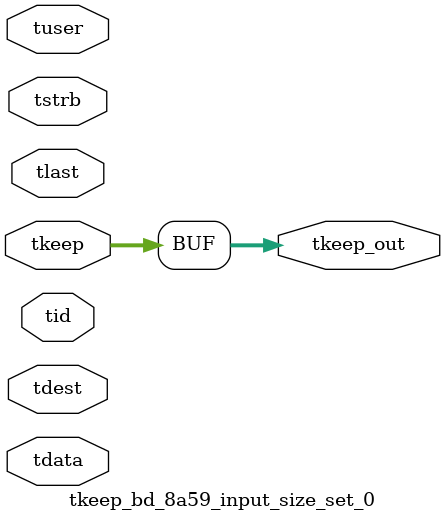
<source format=v>


`timescale 1ps/1ps

module tkeep_bd_8a59_input_size_set_0 #
(
parameter C_S_AXIS_TDATA_WIDTH = 32,
parameter C_S_AXIS_TUSER_WIDTH = 0,
parameter C_S_AXIS_TID_WIDTH   = 0,
parameter C_S_AXIS_TDEST_WIDTH = 0,
parameter C_M_AXIS_TDATA_WIDTH = 32
)
(
input  [(C_S_AXIS_TDATA_WIDTH == 0 ? 1 : C_S_AXIS_TDATA_WIDTH)-1:0     ] tdata,
input  [(C_S_AXIS_TUSER_WIDTH == 0 ? 1 : C_S_AXIS_TUSER_WIDTH)-1:0     ] tuser,
input  [(C_S_AXIS_TID_WIDTH   == 0 ? 1 : C_S_AXIS_TID_WIDTH)-1:0       ] tid,
input  [(C_S_AXIS_TDEST_WIDTH == 0 ? 1 : C_S_AXIS_TDEST_WIDTH)-1:0     ] tdest,
input  [(C_S_AXIS_TDATA_WIDTH/8)-1:0 ] tkeep,
input  [(C_S_AXIS_TDATA_WIDTH/8)-1:0 ] tstrb,
input                                                                    tlast,
output [(C_M_AXIS_TDATA_WIDTH/8)-1:0 ] tkeep_out
);

assign tkeep_out = {tkeep[5:0]};

endmodule


</source>
